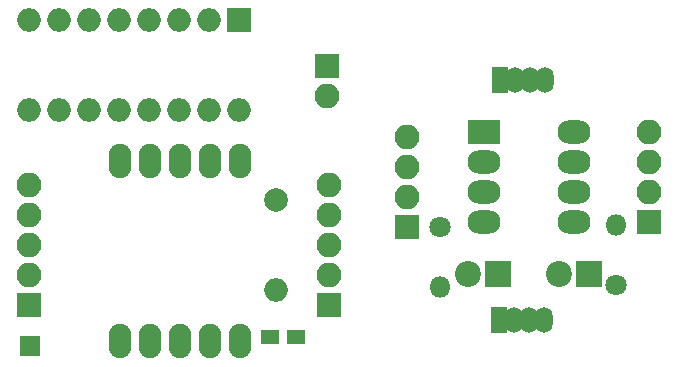
<source format=gbr>
G04 #@! TF.FileFunction,Soldermask,Top*
%FSLAX46Y46*%
G04 Gerber Fmt 4.6, Leading zero omitted, Abs format (unit mm)*
G04 Created by KiCad (PCBNEW 4.0.7) date 12/08/18 06:10:40*
%MOMM*%
%LPD*%
G01*
G04 APERTURE LIST*
%ADD10C,0.100000*%
%ADD11R,2.100000X2.100000*%
%ADD12O,2.100000X2.100000*%
%ADD13R,2.000000X2.000000*%
%ADD14O,2.000000X2.000000*%
%ADD15O,1.924000X2.924000*%
%ADD16C,2.000000*%
%ADD17R,1.600000X1.300000*%
%ADD18R,1.750000X1.750000*%
%ADD19R,2.800000X2.000000*%
%ADD20O,2.800000X2.000000*%
%ADD21R,2.200000X2.200000*%
%ADD22C,2.200000*%
%ADD23C,1.800000*%
%ADD24O,1.800000X1.800000*%
%ADD25R,1.470000X2.200000*%
%ADD26O,1.470000X2.200000*%
G04 APERTURE END LIST*
D10*
D11*
X100584000Y-28498800D03*
D12*
X100584000Y-31038800D03*
D11*
X100685600Y-48768000D03*
D12*
X100685600Y-46228000D03*
X100685600Y-43688000D03*
X100685600Y-41148000D03*
X100685600Y-38608000D03*
D13*
X93065600Y-24638000D03*
D14*
X75285600Y-32258000D03*
X90525600Y-24638000D03*
X77825600Y-32258000D03*
X87985600Y-24638000D03*
X80365600Y-32258000D03*
X85445600Y-24638000D03*
X82905600Y-32258000D03*
X82905600Y-24638000D03*
X85445600Y-32258000D03*
X80365600Y-24638000D03*
X87985600Y-32258000D03*
X77825600Y-24638000D03*
X90525600Y-32258000D03*
X75285600Y-24638000D03*
X93065600Y-32258000D03*
D15*
X83007200Y-51816000D03*
X85547200Y-51816000D03*
X88087200Y-51816000D03*
X90627200Y-51816000D03*
X93167200Y-51816000D03*
X93167200Y-36576000D03*
X90627200Y-36576000D03*
X88087200Y-36576000D03*
X85547200Y-36576000D03*
X83007200Y-36576000D03*
D11*
X75285600Y-48768000D03*
D12*
X75285600Y-46228000D03*
X75285600Y-43688000D03*
X75285600Y-41148000D03*
X75285600Y-38608000D03*
D16*
X96215200Y-39878000D03*
D14*
X96215200Y-47498000D03*
D17*
X95724800Y-51460400D03*
X97924800Y-51460400D03*
D18*
X75387200Y-52273200D03*
D19*
X113817400Y-34137600D03*
D20*
X121437400Y-41757600D03*
X113817400Y-36677600D03*
X121437400Y-39217600D03*
X113817400Y-39217600D03*
X121437400Y-36677600D03*
X113817400Y-41757600D03*
X121437400Y-34137600D03*
D11*
X107340400Y-42138600D03*
D12*
X107340400Y-39598600D03*
X107340400Y-37058600D03*
X107340400Y-34518600D03*
D21*
X122732800Y-46177200D03*
D22*
X120192800Y-46177200D03*
D21*
X115011200Y-46177200D03*
D22*
X112471200Y-46177200D03*
D11*
X127787400Y-41757600D03*
D12*
X127787400Y-39217600D03*
X127787400Y-36677600D03*
X127787400Y-34137600D03*
D23*
X125018800Y-47091600D03*
D24*
X125018800Y-42011600D03*
D23*
X110083600Y-42164000D03*
D24*
X110083600Y-47244000D03*
D25*
X115214400Y-29692600D03*
D26*
X116484400Y-29692600D03*
X117754400Y-29692600D03*
X119024400Y-29692600D03*
D25*
X115087400Y-50012600D03*
D26*
X116357400Y-50012600D03*
X117627400Y-50012600D03*
X118897400Y-50012600D03*
M02*

</source>
